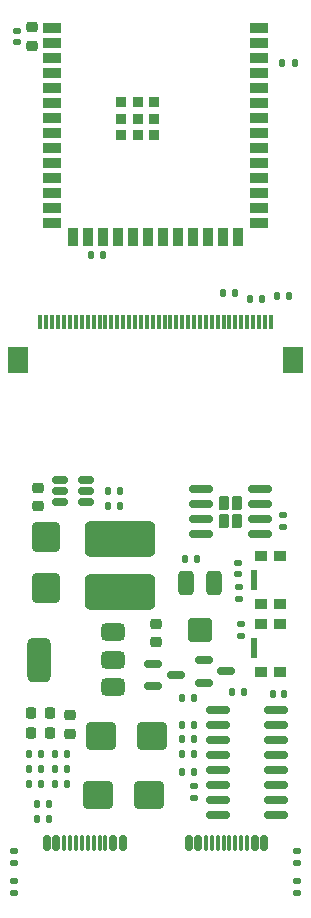
<source format=gbr>
%TF.GenerationSoftware,KiCad,Pcbnew,9.0.6*%
%TF.CreationDate,2025-12-29T11:34:57+00:00*%
%TF.ProjectId,ESP32 S3,45535033-3220-4533-932e-6b696361645f,rev?*%
%TF.SameCoordinates,Original*%
%TF.FileFunction,Paste,Top*%
%TF.FilePolarity,Positive*%
%FSLAX46Y46*%
G04 Gerber Fmt 4.6, Leading zero omitted, Abs format (unit mm)*
G04 Created by KiCad (PCBNEW 9.0.6) date 2025-12-29 11:34:57*
%MOMM*%
%LPD*%
G01*
G04 APERTURE LIST*
G04 Aperture macros list*
%AMRoundRect*
0 Rectangle with rounded corners*
0 $1 Rounding radius*
0 $2 $3 $4 $5 $6 $7 $8 $9 X,Y pos of 4 corners*
0 Add a 4 corners polygon primitive as box body*
4,1,4,$2,$3,$4,$5,$6,$7,$8,$9,$2,$3,0*
0 Add four circle primitives for the rounded corners*
1,1,$1+$1,$2,$3*
1,1,$1+$1,$4,$5*
1,1,$1+$1,$6,$7*
1,1,$1+$1,$8,$9*
0 Add four rect primitives between the rounded corners*
20,1,$1+$1,$2,$3,$4,$5,0*
20,1,$1+$1,$4,$5,$6,$7,0*
20,1,$1+$1,$6,$7,$8,$9,0*
20,1,$1+$1,$8,$9,$2,$3,0*%
G04 Aperture macros list end*
%ADD10RoundRect,0.150000X-0.825000X-0.150000X0.825000X-0.150000X0.825000X0.150000X-0.825000X0.150000X0*%
%ADD11RoundRect,0.250000X1.000000X0.900000X-1.000000X0.900000X-1.000000X-0.900000X1.000000X-0.900000X0*%
%ADD12RoundRect,0.150000X-0.587500X-0.150000X0.587500X-0.150000X0.587500X0.150000X-0.587500X0.150000X0*%
%ADD13RoundRect,0.150000X-0.150000X-0.500000X0.150000X-0.500000X0.150000X0.500000X-0.150000X0.500000X0*%
%ADD14RoundRect,0.075000X-0.075000X-0.575000X0.075000X-0.575000X0.075000X0.575000X-0.075000X0.575000X0*%
%ADD15RoundRect,0.135000X0.135000X0.185000X-0.135000X0.185000X-0.135000X-0.185000X0.135000X-0.185000X0*%
%ADD16RoundRect,0.135000X-0.185000X0.135000X-0.185000X-0.135000X0.185000X-0.135000X0.185000X0.135000X0*%
%ADD17RoundRect,0.135000X-0.135000X-0.185000X0.135000X-0.185000X0.135000X0.185000X-0.135000X0.185000X0*%
%ADD18RoundRect,0.140000X0.170000X-0.140000X0.170000X0.140000X-0.170000X0.140000X-0.170000X-0.140000X0*%
%ADD19RoundRect,0.140000X-0.170000X0.140000X-0.170000X-0.140000X0.170000X-0.140000X0.170000X0.140000X0*%
%ADD20RoundRect,0.225000X0.250000X-0.225000X0.250000X0.225000X-0.250000X0.225000X-0.250000X-0.225000X0*%
%ADD21RoundRect,0.140000X0.140000X0.170000X-0.140000X0.170000X-0.140000X-0.170000X0.140000X-0.170000X0*%
%ADD22RoundRect,0.135000X0.185000X-0.135000X0.185000X0.135000X-0.185000X0.135000X-0.185000X-0.135000X0*%
%ADD23RoundRect,0.250000X-0.400000X-0.750000X0.400000X-0.750000X0.400000X0.750000X-0.400000X0.750000X0*%
%ADD24RoundRect,0.250000X-0.750000X-0.750000X0.750000X-0.750000X0.750000X0.750000X-0.750000X0.750000X0*%
%ADD25RoundRect,0.150000X-0.512500X-0.150000X0.512500X-0.150000X0.512500X0.150000X-0.512500X0.150000X0*%
%ADD26RoundRect,0.375000X0.625000X0.375000X-0.625000X0.375000X-0.625000X-0.375000X0.625000X-0.375000X0*%
%ADD27RoundRect,0.500000X0.500000X1.400000X-0.500000X1.400000X-0.500000X-1.400000X0.500000X-1.400000X0*%
%ADD28R,0.900000X0.900000*%
%ADD29R,1.500000X0.900000*%
%ADD30R,0.900000X1.500000*%
%ADD31RoundRect,0.250000X-0.900000X1.000000X-0.900000X-1.000000X0.900000X-1.000000X0.900000X1.000000X0*%
%ADD32RoundRect,0.225000X-0.250000X0.225000X-0.250000X-0.225000X0.250000X-0.225000X0.250000X0.225000X0*%
%ADD33RoundRect,0.450000X2.550000X-1.050000X2.550000X1.050000X-2.550000X1.050000X-2.550000X-1.050000X0*%
%ADD34RoundRect,0.225000X0.225000X0.250000X-0.225000X0.250000X-0.225000X-0.250000X0.225000X-0.250000X0*%
%ADD35RoundRect,0.147500X0.147500X0.172500X-0.147500X0.172500X-0.147500X-0.172500X0.147500X-0.172500X0*%
%ADD36R,1.000000X0.900000*%
%ADD37R,0.550000X1.700000*%
%ADD38R,0.300000X1.300000*%
%ADD39R,1.800000X2.200000*%
%ADD40RoundRect,0.250000X-1.000000X-0.900000X1.000000X-0.900000X1.000000X0.900000X-1.000000X0.900000X0*%
%ADD41RoundRect,0.230000X-0.230000X-0.375000X0.230000X-0.375000X0.230000X0.375000X-0.230000X0.375000X0*%
G04 APERTURE END LIST*
D10*
%TO.C,U5*%
X125275000Y-152555000D03*
X125275000Y-153825000D03*
X125275000Y-155095000D03*
X125275000Y-156365000D03*
X125275000Y-157635000D03*
X125275000Y-158905000D03*
X125275000Y-160175000D03*
X125275000Y-161445000D03*
X130225000Y-161445000D03*
X130225000Y-160175000D03*
X130225000Y-158905000D03*
X130225000Y-157635000D03*
X130225000Y-156365000D03*
X130225000Y-155095000D03*
X130225000Y-153825000D03*
X130225000Y-152555000D03*
%TD*%
D11*
%TO.C,D6*%
X119400000Y-159750000D03*
X115100000Y-159750000D03*
%TD*%
D12*
%TO.C,Q2*%
X119812500Y-148600000D03*
X119812500Y-150500000D03*
X121687500Y-149550000D03*
%TD*%
D13*
%TO.C,J1*%
X110800000Y-163755000D03*
X111600000Y-163755000D03*
D14*
X112750000Y-163755000D03*
X113750000Y-163755000D03*
X114250000Y-163755000D03*
X115250000Y-163755000D03*
D13*
X116400000Y-163755000D03*
X117200000Y-163755000D03*
X117200000Y-163755000D03*
X116400000Y-163755000D03*
D14*
X115750000Y-163755000D03*
X114750000Y-163755000D03*
X113250000Y-163755000D03*
X112250000Y-163755000D03*
D13*
X111600000Y-163755000D03*
X110800000Y-163755000D03*
%TD*%
D15*
%TO.C,R7*%
X115510000Y-114000000D03*
X114490000Y-114000000D03*
%TD*%
D16*
%TO.C,R22*%
X132000000Y-164490000D03*
X132000000Y-165510000D03*
%TD*%
D15*
%TO.C,R27*%
X131760000Y-97750000D03*
X130740000Y-97750000D03*
%TD*%
D17*
%TO.C,R6*%
X109240000Y-157500000D03*
X110260000Y-157500000D03*
%TD*%
D18*
%TO.C,C10*%
X126950000Y-141000000D03*
X126950000Y-140040000D03*
%TD*%
D19*
%TO.C,C1*%
X108250000Y-95040000D03*
X108250000Y-96000000D03*
%TD*%
D20*
%TO.C,C3*%
X112750000Y-154525000D03*
X112750000Y-152975000D03*
%TD*%
D15*
%TO.C,R26*%
X127510000Y-151000000D03*
X126490000Y-151000000D03*
%TD*%
D21*
%TO.C,C7*%
X123230000Y-156250000D03*
X122270000Y-156250000D03*
%TD*%
D16*
%TO.C,R1*%
X108000000Y-164490000D03*
X108000000Y-165510000D03*
%TD*%
D22*
%TO.C,R12*%
X130750000Y-137010000D03*
X130750000Y-135990000D03*
%TD*%
D15*
%TO.C,R4*%
X111010000Y-161750000D03*
X109990000Y-161750000D03*
%TD*%
%TO.C,R10*%
X117010000Y-135250000D03*
X115990000Y-135250000D03*
%TD*%
%TO.C,R23*%
X123260000Y-155000000D03*
X122240000Y-155000000D03*
%TD*%
D23*
%TO.C,RV1*%
X124900000Y-141750000D03*
D24*
X123750000Y-145750000D03*
D23*
X122600000Y-141750000D03*
%TD*%
D21*
%TO.C,C8*%
X130880000Y-151200000D03*
X129920000Y-151200000D03*
%TD*%
D25*
%TO.C,U3*%
X111862500Y-133050000D03*
X111862500Y-134000000D03*
X111862500Y-134950000D03*
X114137500Y-134950000D03*
X114137500Y-134000000D03*
X114137500Y-133050000D03*
%TD*%
D22*
%TO.C,R8*%
X127050000Y-143110000D03*
X127050000Y-142090000D03*
%TD*%
D26*
%TO.C,U6*%
X116400000Y-150550000D03*
X116400000Y-148250000D03*
D27*
X110100000Y-148250000D03*
D26*
X116400000Y-145950000D03*
%TD*%
D15*
%TO.C,R24*%
X123260000Y-153750000D03*
X122240000Y-153750000D03*
%TD*%
%TO.C,R18*%
X126760000Y-117250000D03*
X125740000Y-117250000D03*
%TD*%
D28*
%TO.C,U1*%
X117100000Y-101060000D03*
X117100000Y-102460000D03*
X117100000Y-103860000D03*
X118500000Y-101060000D03*
X118500000Y-102460000D03*
X118500000Y-103860000D03*
X119900000Y-101060000D03*
X119900000Y-102460000D03*
X119900000Y-103860000D03*
D29*
X111250000Y-94740000D03*
X111250000Y-96010000D03*
X111250000Y-97280000D03*
X111250000Y-98550000D03*
X111250000Y-99820000D03*
X111250000Y-101090000D03*
X111250000Y-102360000D03*
X111250000Y-103630000D03*
X111250000Y-104900000D03*
X111250000Y-106170000D03*
X111250000Y-107440000D03*
X111250000Y-108710000D03*
X111250000Y-109980000D03*
X111250000Y-111250000D03*
D30*
X113015000Y-112500000D03*
X114285000Y-112500000D03*
X115555000Y-112500000D03*
X116825000Y-112500000D03*
X118095000Y-112500000D03*
X119365000Y-112500000D03*
X120635000Y-112500000D03*
X121905000Y-112500000D03*
X123175000Y-112500000D03*
X124445000Y-112500000D03*
X125715000Y-112500000D03*
X126985000Y-112500000D03*
D29*
X128750000Y-111250000D03*
X128750000Y-109980000D03*
X128750000Y-108710000D03*
X128750000Y-107440000D03*
X128750000Y-106170000D03*
X128750000Y-104900000D03*
X128750000Y-103630000D03*
X128750000Y-102360000D03*
X128750000Y-101090000D03*
X128750000Y-99820000D03*
X128750000Y-98550000D03*
X128750000Y-97280000D03*
X128750000Y-96010000D03*
X128750000Y-94740000D03*
%TD*%
D15*
%TO.C,R25*%
X123260000Y-151500000D03*
X122240000Y-151500000D03*
%TD*%
D17*
%TO.C,R11*%
X115990000Y-134000000D03*
X117010000Y-134000000D03*
%TD*%
D13*
%TO.C,J6*%
X122800000Y-163755000D03*
X123600000Y-163755000D03*
D14*
X124750000Y-163755000D03*
X125750000Y-163755000D03*
X126250000Y-163755000D03*
X127250000Y-163755000D03*
D13*
X128400000Y-163755000D03*
X129200000Y-163755000D03*
X129200000Y-163755000D03*
X128400000Y-163755000D03*
D14*
X127750000Y-163755000D03*
X126750000Y-163755000D03*
X125250000Y-163755000D03*
X124250000Y-163755000D03*
D13*
X123600000Y-163755000D03*
X122800000Y-163755000D03*
%TD*%
D12*
%TO.C,Q1*%
X124062500Y-148300000D03*
X124062500Y-150200000D03*
X125937500Y-149250000D03*
%TD*%
D31*
%TO.C,D4*%
X110750000Y-137850000D03*
X110750000Y-142150000D03*
%TD*%
D17*
%TO.C,R20*%
X122240000Y-157750000D03*
X123260000Y-157750000D03*
%TD*%
%TO.C,R5*%
X109240000Y-158750000D03*
X110260000Y-158750000D03*
%TD*%
D32*
%TO.C,C5*%
X110000000Y-133725000D03*
X110000000Y-135275000D03*
%TD*%
D16*
%TO.C,R2*%
X108000000Y-166990000D03*
X108000000Y-168010000D03*
%TD*%
D33*
%TO.C,L1*%
X117000000Y-142500000D03*
X117000000Y-138000000D03*
%TD*%
D34*
%TO.C,C4*%
X111025000Y-152750000D03*
X109475000Y-152750000D03*
%TD*%
D35*
%TO.C,D2*%
X112485000Y-157500000D03*
X111515000Y-157500000D03*
%TD*%
%TO.C,D1*%
X112485000Y-158750000D03*
X111515000Y-158750000D03*
%TD*%
D34*
%TO.C,C9*%
X111025000Y-154500000D03*
X109475000Y-154500000D03*
%TD*%
D16*
%TO.C,R9*%
X127250000Y-145240000D03*
X127250000Y-146260000D03*
%TD*%
D35*
%TO.C,D3*%
X112485000Y-156250000D03*
X111515000Y-156250000D03*
%TD*%
D17*
%TO.C,R15*%
X127990000Y-117750000D03*
X129010000Y-117750000D03*
%TD*%
%TO.C,R14*%
X109240000Y-156250000D03*
X110260000Y-156250000D03*
%TD*%
D22*
%TO.C,R19*%
X123250000Y-160010000D03*
X123250000Y-158990000D03*
%TD*%
D36*
%TO.C,SW1*%
X128950000Y-143550000D03*
X128950000Y-139450000D03*
X130550000Y-143550000D03*
X130550000Y-139450000D03*
D37*
X128325000Y-141500000D03*
%TD*%
D38*
%TO.C,J2*%
X110250000Y-119650000D03*
X110750000Y-119650000D03*
X111250000Y-119650000D03*
X111750000Y-119650000D03*
X112250000Y-119650000D03*
X112750000Y-119650000D03*
X113250000Y-119650000D03*
X113750000Y-119650000D03*
X114250000Y-119650000D03*
X114750000Y-119650000D03*
X115250000Y-119650000D03*
X115750000Y-119650000D03*
X116250000Y-119650000D03*
X116750000Y-119650000D03*
X117250000Y-119650000D03*
X117750000Y-119650000D03*
X118250000Y-119650000D03*
X118750000Y-119650000D03*
X119250000Y-119650000D03*
X119750000Y-119650000D03*
X120250000Y-119650000D03*
X120750000Y-119650000D03*
X121250000Y-119650000D03*
X121750000Y-119650000D03*
X122250000Y-119650000D03*
X122750000Y-119650000D03*
X123250000Y-119650000D03*
X123750000Y-119650000D03*
X124250000Y-119650000D03*
X124750000Y-119650000D03*
X125250000Y-119650000D03*
X125750000Y-119650000D03*
X126250000Y-119650000D03*
X126750000Y-119650000D03*
X127250000Y-119650000D03*
X127750000Y-119650000D03*
X128250000Y-119650000D03*
X128750000Y-119650000D03*
X129250000Y-119650000D03*
X129750000Y-119650000D03*
D39*
X108350000Y-122900000D03*
X131650000Y-122900000D03*
%TD*%
D16*
%TO.C,R21*%
X132000000Y-166990000D03*
X132000000Y-168010000D03*
%TD*%
D20*
%TO.C,C6*%
X120000000Y-146775000D03*
X120000000Y-145225000D03*
%TD*%
D15*
%TO.C,R3*%
X111010000Y-160500000D03*
X109990000Y-160500000D03*
%TD*%
D32*
%TO.C,C2*%
X109500000Y-94725000D03*
X109500000Y-96275000D03*
%TD*%
D36*
%TO.C,SW2*%
X128950000Y-149300000D03*
X128950000Y-145200000D03*
X130550000Y-149300000D03*
X130550000Y-145200000D03*
D37*
X128325000Y-147250000D03*
%TD*%
D40*
%TO.C,D5*%
X115350000Y-154750000D03*
X119650000Y-154750000D03*
%TD*%
D41*
%TO.C,U4*%
X125750000Y-135000000D03*
X125750000Y-136500000D03*
X126890000Y-135000000D03*
X126890000Y-136500000D03*
D10*
X123845000Y-133845000D03*
X123845000Y-135115000D03*
X123845000Y-136385000D03*
X123845000Y-137655000D03*
X128795000Y-137655000D03*
X128795000Y-136385000D03*
X128795000Y-135115000D03*
X128795000Y-133845000D03*
%TD*%
D17*
%TO.C,R13*%
X122490000Y-139750000D03*
X123510000Y-139750000D03*
%TD*%
%TO.C,R17*%
X130240000Y-117500000D03*
X131260000Y-117500000D03*
%TD*%
M02*

</source>
